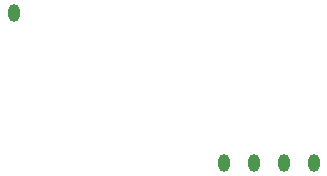
<source format=gbr>
%TF.GenerationSoftware,Altium Limited,Altium Designer,19.0.15 (446)*%
G04 Layer_Color=128*
%FSLAX45Y45*%
%MOMM*%
%TF.FileFunction,Paste,Bot*%
%TF.Part,Single*%
G01*
G75*
%TA.AperFunction,SMDPad,CuDef*%
%ADD42O,1.00000X1.52400*%
D42*
X12446000Y7874000D02*
D03*
X14986000Y6604000D02*
D03*
X14732001D02*
D03*
X14478000D02*
D03*
X14224001D02*
D03*
%TF.MD5,5dd9df78235224b447662b1fd3ca82ce*%
M02*

</source>
